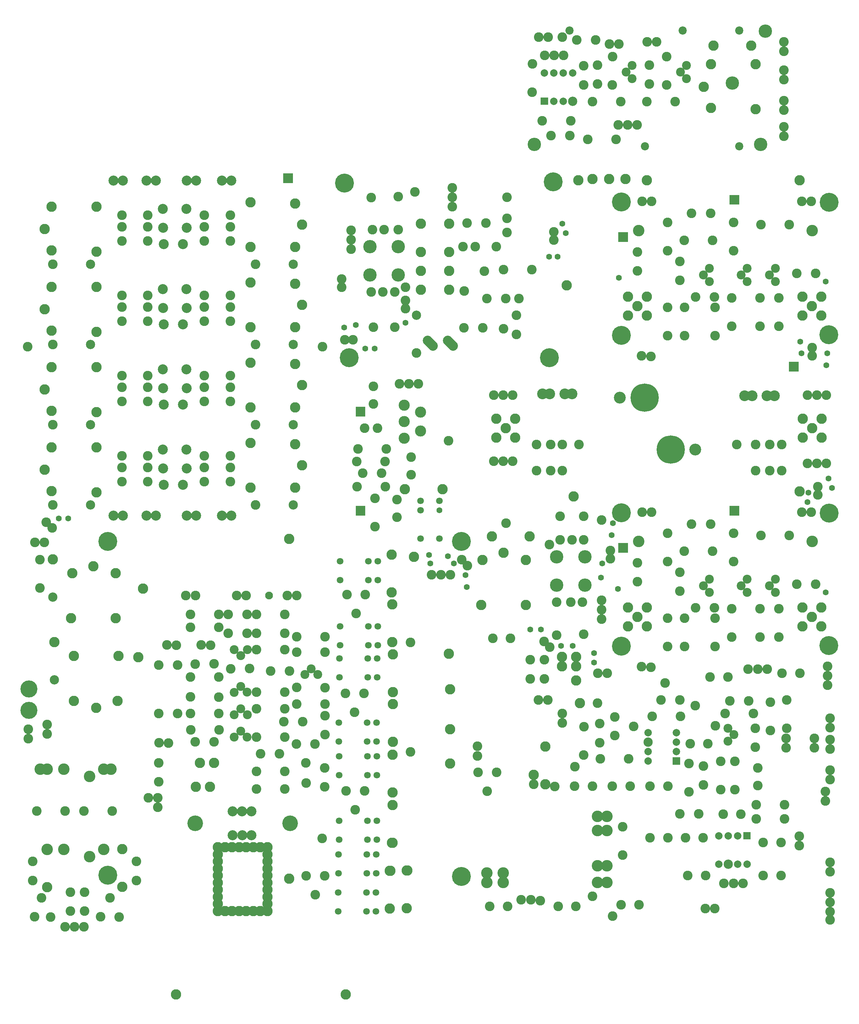
<source format=gbr>
%FSLAX34Y34*%
%MOMM*%
%LNSOLDERMASK_BOTTOM*%
G71*
G01*
%ADD10C,2.600*%
%ADD11C,2.400*%
%ADD12C,2.800*%
%ADD13C,2.600*%
%ADD14C,5.100*%
%ADD15C,1.600*%
%ADD16C,3.100*%
%ADD17C,7.600*%
%ADD18C,3.200*%
%ADD19C,2.900*%
%ADD20C,2.600*%
%ADD21C,2.600*%
%ADD22C,2.400*%
%ADD23C,2.500*%
%ADD24C,2.600*%
%ADD25C,3.600*%
%ADD26C,2.800*%
%ADD27C,3.000*%
%ADD28C,1.800*%
%ADD29C,1.600*%
%ADD30C,2.000*%
%ADD31C,2.500*%
%ADD32C,2.700*%
%ADD33C,2.700*%
%ADD34C,4.600*%
%ADD35C,4.600*%
%ADD36C,4.200*%
%ADD37C,2.700*%
%ADD38C,2.800*%
%ADD39C,2.100*%
%ADD40C,2.200*%
%ADD41C,3.600*%
%LPD*%
X1323875Y1633344D02*
G54D10*
D03*
X1323925Y1709594D02*
G54D10*
D03*
X1242881Y1629944D02*
G54D10*
D03*
X1242994Y1578963D02*
G54D10*
D03*
X1357181Y1604544D02*
G54D10*
D03*
X1357293Y1553564D02*
G54D10*
D03*
X1323891Y1404744D02*
G54D10*
D03*
X1323941Y1480994D02*
G54D10*
D03*
X1444612Y1661358D02*
G54D10*
D03*
X1368362Y1661408D02*
G54D10*
D03*
X1369571Y1480994D02*
G54D10*
D03*
X1369521Y1404744D02*
G54D10*
D03*
X1501674Y1633343D02*
G54D10*
D03*
X1501724Y1709593D02*
G54D10*
D03*
X1399006Y1508828D02*
G54D10*
D03*
X1496571Y1506394D02*
G54D10*
D03*
X1496521Y1430144D02*
G54D10*
D03*
X1572771Y1506394D02*
G54D10*
D03*
X1572721Y1430144D02*
G54D10*
D03*
X1623571Y1506394D02*
G54D10*
D03*
X1623521Y1430144D02*
G54D10*
D03*
X1723042Y1572439D02*
G54D10*
D03*
X1672062Y1572326D02*
G54D10*
D03*
X1651588Y1703162D02*
G54D10*
D03*
X1575338Y1703212D02*
G54D10*
D03*
X1685620Y1766144D02*
G54D10*
D03*
X1711120Y1766144D02*
G54D10*
D03*
X1253821Y1350220D02*
G54D10*
D03*
X1436246Y1585769D02*
G54D11*
D03*
X1420346Y1568194D02*
G54D11*
D03*
X1436280Y1550578D02*
G54D11*
D03*
X1537846Y1585769D02*
G54D11*
D03*
X1521946Y1568194D02*
G54D11*
D03*
X1537880Y1550578D02*
G54D11*
D03*
X1614046Y1585769D02*
G54D11*
D03*
X1598146Y1568194D02*
G54D11*
D03*
X1614080Y1550578D02*
G54D11*
D03*
X1217146Y1509669D02*
G54D12*
D03*
X1267946Y1509669D02*
G54D12*
D03*
X1242546Y1484269D02*
G54D12*
D03*
X1267946Y1458869D02*
G54D12*
D03*
X1217146Y1458869D02*
G54D12*
D03*
X1687046Y1509669D02*
G54D12*
D03*
X1737846Y1509669D02*
G54D12*
D03*
X1712446Y1484269D02*
G54D12*
D03*
X1737846Y1458869D02*
G54D12*
D03*
X1687046Y1458869D02*
G54D12*
D03*
X1388572Y1733978D02*
G54D10*
D03*
X1439552Y1734091D02*
G54D10*
D03*
X1323891Y1404744D02*
G54D13*
D03*
X1369521Y1404744D02*
G54D13*
D03*
X1496521Y1430144D02*
G54D13*
D03*
X1572721Y1430144D02*
G54D13*
D03*
X1323891Y1404744D02*
G54D13*
D03*
X1199470Y1764362D02*
G54D14*
D03*
X1449806Y1508828D02*
G54D10*
D03*
X1452121Y1480994D02*
G54D10*
D03*
X1452071Y1404744D02*
G54D10*
D03*
X1255621Y1766144D02*
G54D10*
D03*
X1281121Y1766144D02*
G54D10*
D03*
G36*
X1191019Y1683317D02*
X1217019Y1683317D01*
X1217019Y1657317D01*
X1191019Y1657317D01*
X1191019Y1683317D01*
G37*
G36*
X1491019Y1783317D02*
X1517019Y1783317D01*
X1517019Y1757317D01*
X1491019Y1757317D01*
X1491019Y1783317D01*
G37*
X1192346Y1560369D02*
G54D15*
D03*
X1369521Y1404744D02*
G54D13*
D03*
X1452071Y1404744D02*
G54D13*
D03*
X1496521Y1430144D02*
G54D13*
D03*
X1572721Y1430144D02*
G54D13*
D03*
X1759302Y1763569D02*
G54D14*
D03*
X1199470Y1405588D02*
G54D14*
D03*
X1758666Y1407175D02*
G54D14*
D03*
X1278924Y1349028D02*
G54D10*
D03*
X1749946Y1549969D02*
G54D15*
D03*
X1249496Y1687369D02*
G54D15*
D03*
X1246320Y1687370D02*
G54D16*
D03*
X1713045Y1687370D02*
G54D16*
D03*
X1332096Y1098128D02*
G54D17*
D03*
X1262246Y1237828D02*
G54D17*
D03*
X1195571Y1237828D02*
G54D18*
D03*
X1398771Y1098128D02*
G54D18*
D03*
X986696Y1247928D02*
G54D19*
D03*
X1066696Y1247928D02*
G54D20*
D03*
X1531696Y1242928D02*
G54D20*
D03*
X1611696Y1242928D02*
G54D20*
D03*
X1066696Y1247928D02*
G54D19*
D03*
X1531696Y1242928D02*
G54D19*
D03*
X1611696Y1242928D02*
G54D12*
D03*
X1006696Y1247928D02*
G54D19*
D03*
X1046696Y1247928D02*
G54D19*
D03*
X1551696Y1242928D02*
G54D19*
D03*
X1591696Y1242928D02*
G54D19*
D03*
X862271Y1130328D02*
G54D12*
D03*
X862271Y1181128D02*
G54D12*
D03*
X887671Y1155728D02*
G54D12*
D03*
X913071Y1181128D02*
G54D12*
D03*
X913071Y1130328D02*
G54D12*
D03*
X862271Y1130328D02*
G54D21*
D03*
X913071Y1130328D02*
G54D13*
D03*
X1687771Y1130328D02*
G54D12*
D03*
X1687771Y1181128D02*
G54D12*
D03*
X1713171Y1155728D02*
G54D12*
D03*
X1738571Y1181128D02*
G54D12*
D03*
X1738571Y1130328D02*
G54D12*
D03*
X1687771Y1130328D02*
G54D21*
D03*
X1738571Y1130328D02*
G54D13*
D03*
G36*
X1650996Y1308478D02*
X1650996Y1334478D01*
X1676996Y1334478D01*
X1676996Y1308478D01*
X1650996Y1308478D01*
G37*
X1561228Y1041691D02*
G54D10*
D03*
X1561228Y1111541D02*
G54D10*
D03*
X1631078Y1041691D02*
G54D10*
D03*
X1631078Y1111541D02*
G54D10*
D03*
X1599328Y1111541D02*
G54D10*
D03*
X1599328Y1041691D02*
G54D10*
D03*
X1631079Y1041691D02*
G54D13*
D03*
X1631079Y1111541D02*
G54D13*
D03*
X970678Y1041691D02*
G54D10*
D03*
X970678Y1111541D02*
G54D10*
D03*
X1040528Y1041691D02*
G54D10*
D03*
X1040528Y1111542D02*
G54D10*
D03*
X1008778Y1111542D02*
G54D10*
D03*
X1008778Y1041692D02*
G54D10*
D03*
X1040529Y1041691D02*
G54D13*
D03*
X1040529Y1111542D02*
G54D13*
D03*
X1611696Y1242928D02*
G54D19*
D03*
X1084979Y1111541D02*
G54D21*
D03*
X1510429Y1111541D02*
G54D21*
D03*
X1751371Y1060503D02*
G54D21*
D03*
X1725971Y1060503D02*
G54D21*
D03*
X1700571Y1060503D02*
G54D21*
D03*
X906821Y1244653D02*
G54D21*
D03*
X881421Y1244653D02*
G54D21*
D03*
X856021Y1244653D02*
G54D21*
D03*
X1751371Y1244653D02*
G54D21*
D03*
X1725971Y1244653D02*
G54D21*
D03*
X1700571Y1244653D02*
G54D21*
D03*
X906821Y1066854D02*
G54D21*
D03*
X881421Y1066854D02*
G54D21*
D03*
X856021Y1066854D02*
G54D21*
D03*
X862271Y1181128D02*
G54D13*
D03*
X913071Y1181128D02*
G54D13*
D03*
X1687771Y1130328D02*
G54D13*
D03*
X1687771Y1181128D02*
G54D13*
D03*
X1738571Y1181128D02*
G54D13*
D03*
X1738571Y1130328D02*
G54D13*
D03*
X1323875Y796732D02*
G54D10*
D03*
X1323925Y872982D02*
G54D10*
D03*
X1242881Y793332D02*
G54D10*
D03*
X1242994Y742351D02*
G54D10*
D03*
X1357181Y767932D02*
G54D10*
D03*
X1357293Y716951D02*
G54D10*
D03*
X1323891Y568132D02*
G54D10*
D03*
X1323941Y644382D02*
G54D10*
D03*
X1444612Y824746D02*
G54D10*
D03*
X1368362Y824796D02*
G54D10*
D03*
X1369571Y644382D02*
G54D10*
D03*
X1369521Y568132D02*
G54D10*
D03*
X1501674Y796731D02*
G54D10*
D03*
X1501724Y872981D02*
G54D10*
D03*
X1399006Y672216D02*
G54D10*
D03*
X1496571Y669782D02*
G54D10*
D03*
X1496521Y593532D02*
G54D10*
D03*
X1572771Y669782D02*
G54D10*
D03*
X1572721Y593532D02*
G54D10*
D03*
X1623571Y669782D02*
G54D10*
D03*
X1623521Y593532D02*
G54D10*
D03*
X1723042Y735826D02*
G54D10*
D03*
X1672062Y735714D02*
G54D10*
D03*
X1651588Y866550D02*
G54D10*
D03*
X1575338Y866600D02*
G54D10*
D03*
X1685620Y929532D02*
G54D10*
D03*
X1711120Y929532D02*
G54D10*
D03*
X1253821Y513607D02*
G54D10*
D03*
X1436246Y749157D02*
G54D11*
D03*
X1420346Y731582D02*
G54D11*
D03*
X1436280Y713966D02*
G54D11*
D03*
X1537846Y749157D02*
G54D11*
D03*
X1521946Y731582D02*
G54D11*
D03*
X1537880Y713966D02*
G54D11*
D03*
X1614046Y749157D02*
G54D11*
D03*
X1598146Y731582D02*
G54D11*
D03*
X1614080Y713966D02*
G54D11*
D03*
X1217146Y673057D02*
G54D12*
D03*
X1267946Y673057D02*
G54D12*
D03*
X1242546Y647657D02*
G54D12*
D03*
X1267946Y622257D02*
G54D12*
D03*
X1217146Y622257D02*
G54D12*
D03*
X1687046Y673057D02*
G54D12*
D03*
X1737846Y673057D02*
G54D12*
D03*
X1712446Y647657D02*
G54D12*
D03*
X1737846Y622257D02*
G54D12*
D03*
X1687046Y622257D02*
G54D12*
D03*
X1388572Y897366D02*
G54D10*
D03*
X1439552Y897478D02*
G54D10*
D03*
X1323891Y568132D02*
G54D13*
D03*
X1369521Y568132D02*
G54D13*
D03*
X1496521Y593532D02*
G54D13*
D03*
X1572721Y593532D02*
G54D13*
D03*
X1323891Y568132D02*
G54D13*
D03*
X1199470Y927750D02*
G54D14*
D03*
X1449806Y672216D02*
G54D10*
D03*
X1452121Y644382D02*
G54D10*
D03*
X1452071Y568132D02*
G54D10*
D03*
X1255621Y929532D02*
G54D10*
D03*
X1281121Y929532D02*
G54D10*
D03*
G36*
X1191019Y846705D02*
X1217019Y846705D01*
X1217019Y820705D01*
X1191019Y820705D01*
X1191019Y846705D01*
G37*
G36*
X1491019Y946705D02*
X1517019Y946705D01*
X1517019Y920705D01*
X1491019Y920705D01*
X1491019Y946705D01*
G37*
X1369521Y568132D02*
G54D13*
D03*
X1452071Y568132D02*
G54D13*
D03*
X1496521Y593532D02*
G54D13*
D03*
X1572721Y593532D02*
G54D13*
D03*
X1759302Y926957D02*
G54D14*
D03*
X1199470Y568975D02*
G54D14*
D03*
X1758666Y570562D02*
G54D14*
D03*
X1278924Y512416D02*
G54D10*
D03*
X1749946Y713357D02*
G54D15*
D03*
X1249496Y850757D02*
G54D15*
D03*
X1246320Y850757D02*
G54D16*
D03*
X1713045Y850757D02*
G54D16*
D03*
X598646Y1567829D02*
G54D22*
D03*
X598646Y1644029D02*
G54D22*
D03*
X522446Y1567829D02*
G54D22*
D03*
X598646Y1567829D02*
G54D22*
D03*
X522446Y1644028D02*
G54D22*
D03*
X522446Y1567828D02*
G54D22*
D03*
X598646Y1644029D02*
G54D22*
D03*
X522446Y1644029D02*
G54D22*
D03*
X598558Y1779052D02*
G54D10*
D03*
X598558Y1690152D02*
G54D10*
D03*
X560458Y1690152D02*
G54D10*
D03*
X528708Y1690152D02*
G54D10*
D03*
X588914Y1427262D02*
G54D10*
D03*
X525415Y1522512D02*
G54D10*
D03*
X557164Y1522512D02*
G54D10*
D03*
X588914Y1522512D02*
G54D10*
D03*
X617397Y1534800D02*
G54D10*
D03*
X525414Y1776512D02*
G54D10*
D03*
X643008Y1791752D02*
G54D10*
D03*
X805436Y1644062D02*
G54D10*
D03*
X862586Y1644062D02*
G54D10*
D03*
X891286Y1720262D02*
G54D10*
D03*
X891286Y1777412D02*
G54D10*
D03*
X830236Y1578439D02*
G54D10*
D03*
X776284Y1524558D02*
G54D10*
D03*
X830236Y1578439D02*
G54D13*
D03*
X958012Y1582490D02*
G54D10*
D03*
X881762Y1582540D02*
G54D10*
D03*
X958012Y1582491D02*
G54D13*
D03*
X837186Y1504362D02*
G54D10*
D03*
X887986Y1504362D02*
G54D10*
D03*
X887986Y1504362D02*
G54D10*
D03*
X916593Y1408256D02*
G54D10*
D03*
X916481Y1459237D02*
G54D10*
D03*
X916593Y1408256D02*
G54D10*
D03*
X891286Y1682162D02*
G54D10*
D03*
X923036Y1504362D02*
G54D10*
D03*
X772416Y1644062D02*
G54D10*
D03*
X783336Y1707562D02*
G54D10*
D03*
X834136Y1707562D02*
G54D10*
D03*
X659640Y1706068D02*
G54D12*
D03*
X735840Y1706068D02*
G54D12*
D03*
X659640Y1629868D02*
G54D12*
D03*
X659640Y1579068D02*
G54D12*
D03*
X659640Y1528268D02*
G54D12*
D03*
X735840Y1629868D02*
G54D12*
D03*
X735840Y1579068D02*
G54D12*
D03*
X735840Y1528268D02*
G54D12*
D03*
X647139Y1357705D02*
G54D23*
D03*
X647139Y1459305D02*
G54D23*
D03*
X647139Y1357705D02*
G54D13*
D03*
X735840Y1706068D02*
G54D10*
D03*
X882091Y1423264D02*
G54D10*
D03*
X825871Y1425509D02*
G54D10*
D03*
X825871Y1425509D02*
G54D10*
D03*
X775071Y1425509D02*
G54D10*
D03*
G54D24*
X745255Y1377787D02*
X731113Y1391929D01*
G54D24*
X691280Y1377787D02*
X677138Y1391929D01*
X471046Y1688163D02*
G54D21*
D03*
X471046Y1662763D02*
G54D21*
D03*
X471046Y1637363D02*
G54D21*
D03*
X744096Y1802463D02*
G54D21*
D03*
X744096Y1777063D02*
G54D21*
D03*
X744096Y1751663D02*
G54D21*
D03*
X522446Y1644028D02*
G54D25*
D03*
X522446Y1567829D02*
G54D25*
D03*
X598646Y1567829D02*
G54D25*
D03*
X598646Y1644029D02*
G54D25*
D03*
X1024724Y809627D02*
G54D22*
D03*
X1024724Y733427D02*
G54D22*
D03*
X1100924Y809627D02*
G54D22*
D03*
X1024724Y809627D02*
G54D22*
D03*
X1100924Y733427D02*
G54D22*
D03*
X1100924Y809627D02*
G54D22*
D03*
X1024724Y733427D02*
G54D22*
D03*
X1100924Y733427D02*
G54D22*
D03*
X1024812Y598404D02*
G54D10*
D03*
X1024812Y687304D02*
G54D10*
D03*
X1062912Y687304D02*
G54D10*
D03*
X1094662Y687304D02*
G54D10*
D03*
X1097956Y918444D02*
G54D10*
D03*
X1034456Y918444D02*
G54D10*
D03*
X1097955Y854944D02*
G54D10*
D03*
X1066206Y854944D02*
G54D10*
D03*
X1034456Y854944D02*
G54D10*
D03*
X1005973Y842655D02*
G54D10*
D03*
X1097956Y600944D02*
G54D10*
D03*
X1145974Y641668D02*
G54D21*
D03*
X1145974Y667068D02*
G54D21*
D03*
X1145974Y692468D02*
G54D21*
D03*
X1145974Y908368D02*
G54D21*
D03*
X1100924Y733427D02*
G54D25*
D03*
X1100924Y809627D02*
G54D25*
D03*
X1024724Y809627D02*
G54D25*
D03*
X1024724Y733427D02*
G54D25*
D03*
X821716Y680046D02*
G54D12*
D03*
X824890Y800696D02*
G54D12*
D03*
X942366Y680046D02*
G54D12*
D03*
X942366Y800696D02*
G54D12*
D03*
X882041Y820159D02*
G54D12*
D03*
X824890Y800696D02*
G54D26*
D03*
X850737Y864278D02*
G54D12*
D03*
X952337Y864277D02*
G54D12*
D03*
X1039637Y540138D02*
G54D12*
D03*
X1039637Y514738D02*
G54D12*
D03*
X1077737Y514738D02*
G54D12*
D03*
X1077737Y476638D02*
G54D12*
D03*
X992232Y532131D02*
G54D10*
D03*
X992345Y481150D02*
G54D10*
D03*
X992232Y532130D02*
G54D10*
D03*
X992344Y481150D02*
G54D10*
D03*
X954132Y532131D02*
G54D10*
D03*
X954244Y481150D02*
G54D10*
D03*
X954132Y532130D02*
G54D10*
D03*
X954244Y481150D02*
G54D10*
D03*
X1077737Y540138D02*
G54D12*
D03*
X888704Y900087D02*
G54D10*
D03*
X850737Y864278D02*
G54D12*
D03*
X658695Y1198576D02*
G54D27*
D03*
X658695Y1147776D02*
G54D27*
D03*
X614245Y1173176D02*
G54D27*
D03*
X614245Y1128726D02*
G54D27*
D03*
X614245Y1217626D02*
G54D27*
D03*
X626945Y1274776D02*
G54D10*
D03*
X601545Y1274776D02*
G54D10*
D03*
X652345Y1274776D02*
G54D10*
D03*
X565860Y1100151D02*
G54D10*
D03*
X489610Y1100201D02*
G54D10*
D03*
X486918Y1065891D02*
G54D10*
D03*
X563168Y1065841D02*
G54D10*
D03*
X502852Y1034415D02*
G54D10*
D03*
X553832Y1034527D02*
G54D10*
D03*
X531695Y1268514D02*
G54D10*
D03*
X531695Y1220714D02*
G54D10*
D03*
X535305Y966890D02*
G54D10*
D03*
X535255Y890640D02*
G54D10*
D03*
X595195Y915826D02*
G54D10*
D03*
X595195Y963626D02*
G54D10*
D03*
X507751Y1155670D02*
G54D10*
D03*
X542851Y1155670D02*
G54D10*
D03*
X633295Y1030126D02*
G54D10*
D03*
X633295Y1077926D02*
G54D10*
D03*
X486973Y998244D02*
G54D10*
D03*
X563223Y998194D02*
G54D10*
D03*
X734170Y1121821D02*
G54D10*
D03*
X486918Y1065892D02*
G54D10*
D03*
X486973Y998244D02*
G54D10*
D03*
X595195Y915826D02*
G54D10*
D03*
X535255Y890640D02*
G54D10*
D03*
G36*
X509645Y1212846D02*
X509645Y1186846D01*
X483645Y1186846D01*
X483645Y1212846D01*
X509645Y1212846D01*
G37*
G36*
X509645Y946146D02*
X509645Y920146D01*
X483645Y920146D01*
X483645Y946146D01*
X509645Y946146D01*
G37*
X709495Y960364D02*
G54D28*
D03*
X709495Y934964D02*
G54D29*
D03*
X658695Y960364D02*
G54D29*
D03*
X658695Y934964D02*
G54D28*
D03*
X709495Y858764D02*
G54D29*
D03*
X658695Y858764D02*
G54D29*
D03*
X616277Y991130D02*
G54D12*
D03*
X717877Y991130D02*
G54D12*
D03*
X616277Y991130D02*
G54D12*
D03*
X739091Y761156D02*
G54D21*
D03*
X713691Y761156D02*
G54D21*
D03*
X688291Y761156D02*
G54D21*
D03*
X658695Y960364D02*
G54D28*
D03*
X709495Y858764D02*
G54D28*
D03*
X658695Y858764D02*
G54D28*
D03*
G36*
X1337608Y250026D02*
X1337608Y270026D01*
X1357608Y270026D01*
X1357608Y250026D01*
X1337608Y250026D01*
G37*
X1347608Y285426D02*
G54D30*
D03*
X1347608Y310826D02*
G54D30*
D03*
X1347608Y336226D02*
G54D30*
D03*
X1271408Y336226D02*
G54D30*
D03*
X1271408Y310826D02*
G54D30*
D03*
X1271409Y285426D02*
G54D30*
D03*
X1271408Y260026D02*
G54D30*
D03*
X1271408Y310826D02*
G54D31*
D03*
X1643358Y295388D02*
G54D10*
D03*
X1643358Y320887D02*
G54D10*
D03*
X1073369Y192051D02*
G54D10*
D03*
X1098264Y275636D02*
G54D10*
D03*
X1098314Y351886D02*
G54D10*
D03*
X963072Y197044D02*
G54D10*
D03*
X963072Y222544D02*
G54D10*
D03*
X1505329Y259328D02*
G54D10*
D03*
X1505278Y183078D02*
G54D10*
D03*
X1505329Y259328D02*
G54D10*
D03*
X1567213Y241394D02*
G54D10*
D03*
X1567213Y193594D02*
G54D10*
D03*
X1467228Y259328D02*
G54D10*
D03*
X1467178Y183078D02*
G54D10*
D03*
X1467229Y259328D02*
G54D10*
D03*
X1486884Y313101D02*
G54D11*
D03*
X1502784Y330676D02*
G54D11*
D03*
X1486849Y348292D02*
G54D11*
D03*
X1560257Y347894D02*
G54D10*
D03*
X1560369Y296914D02*
G54D10*
D03*
X1560257Y347894D02*
G54D10*
D03*
X1555327Y388022D02*
G54D10*
D03*
X1479077Y388072D02*
G54D10*
D03*
X1555327Y388022D02*
G54D10*
D03*
X1542294Y421994D02*
G54D10*
D03*
X1491314Y421882D02*
G54D10*
D03*
X1542294Y421994D02*
G54D10*
D03*
X1420557Y246294D02*
G54D10*
D03*
X1420669Y195314D02*
G54D10*
D03*
X1420557Y246294D02*
G54D10*
D03*
X1567213Y241394D02*
G54D10*
D03*
X1555327Y388022D02*
G54D10*
D03*
X1542294Y421994D02*
G54D10*
D03*
X1600579Y418078D02*
G54D10*
D03*
X1600529Y341828D02*
G54D10*
D03*
X1600579Y418078D02*
G54D10*
D03*
X1600579Y418078D02*
G54D10*
D03*
X1420557Y246295D02*
G54D10*
D03*
X1384519Y306351D02*
G54D10*
D03*
X1432319Y306351D02*
G54D10*
D03*
X1398763Y408750D02*
G54D10*
D03*
X1452645Y354798D02*
G54D10*
D03*
X1398764Y408750D02*
G54D10*
D03*
X1398764Y408750D02*
G54D10*
D03*
X1358702Y379851D02*
G54D10*
D03*
X1282452Y379901D02*
G54D10*
D03*
X1306205Y423777D02*
G54D10*
D03*
X1357186Y423889D02*
G54D10*
D03*
X1306206Y423776D02*
G54D10*
D03*
X1358702Y379851D02*
G54D10*
D03*
X1357186Y423889D02*
G54D10*
D03*
X1174969Y192051D02*
G54D10*
D03*
X1222769Y192051D02*
G54D10*
D03*
X1073369Y192051D02*
G54D10*
D03*
X1121169Y192051D02*
G54D10*
D03*
X1276569Y192052D02*
G54D10*
D03*
X1324369Y192051D02*
G54D10*
D03*
X1276569Y192052D02*
G54D10*
D03*
X1381504Y252978D02*
G54D10*
D03*
X1381454Y176728D02*
G54D10*
D03*
X1381504Y252978D02*
G54D10*
D03*
X1219002Y265551D02*
G54D10*
D03*
X1142752Y265601D02*
G54D10*
D03*
X1219002Y265551D02*
G54D10*
D03*
X1141423Y309425D02*
G54D10*
D03*
X1141311Y360405D02*
G54D10*
D03*
X1141423Y309426D02*
G54D10*
D03*
X1141311Y360406D02*
G54D10*
D03*
X1181684Y378301D02*
G54D21*
D03*
X1232616Y353318D02*
G54D21*
D03*
X1181570Y328418D02*
G54D21*
D03*
X1181684Y378301D02*
G54D10*
D03*
X1087668Y415719D02*
G54D10*
D03*
X1135468Y415719D02*
G54D10*
D03*
X1098264Y275636D02*
G54D10*
D03*
X1074146Y244838D02*
G54D10*
D03*
X1020194Y190957D02*
G54D10*
D03*
X1074146Y244838D02*
G54D10*
D03*
X1644970Y424332D02*
G54D10*
D03*
X1087668Y415719D02*
G54D12*
D03*
X994794Y298906D02*
G54D12*
D03*
X994793Y197307D02*
G54D12*
D03*
X994794Y298906D02*
G54D12*
D03*
X963072Y222544D02*
G54D12*
D03*
X1644970Y424332D02*
G54D10*
D03*
X1644920Y348082D02*
G54D10*
D03*
X1644971Y424332D02*
G54D10*
D03*
X1644970Y424332D02*
G54D10*
D03*
X1600579Y418078D02*
G54D10*
D03*
X1542294Y421994D02*
G54D10*
D03*
X1555327Y388022D02*
G54D10*
D03*
X1398763Y408750D02*
G54D10*
D03*
X1358702Y379851D02*
G54D10*
D03*
X1357186Y423889D02*
G54D10*
D03*
X1567213Y241394D02*
G54D10*
D03*
X1181684Y378301D02*
G54D10*
D03*
X1276569Y192052D02*
G54D10*
D03*
X1073369Y192051D02*
G54D10*
D03*
X1074146Y244838D02*
G54D10*
D03*
X1098264Y275636D02*
G54D10*
D03*
X994794Y298906D02*
G54D10*
D03*
X1719608Y295337D02*
G54D10*
D03*
X1643358Y295388D02*
G54D10*
D03*
X1719608Y320837D02*
G54D10*
D03*
X1643358Y320887D02*
G54D10*
D03*
X-76296Y1011677D02*
G54D10*
D03*
X-146146Y1011677D02*
G54D10*
D03*
X-76296Y1081527D02*
G54D10*
D03*
X-146146Y1081527D02*
G54D10*
D03*
X-146146Y1049777D02*
G54D10*
D03*
X-76296Y1049777D02*
G54D10*
D03*
X-32888Y1002906D02*
G54D32*
D03*
X18094Y1003018D02*
G54D32*
D03*
X145954Y1011677D02*
G54D10*
D03*
X76104Y1011677D02*
G54D10*
D03*
X145954Y1081527D02*
G54D10*
D03*
X76104Y1081527D02*
G54D10*
D03*
X76104Y1049777D02*
G54D10*
D03*
X145954Y1049777D02*
G54D10*
D03*
X28177Y1047004D02*
G54D10*
D03*
X28064Y1097984D02*
G54D10*
D03*
X-35323Y1047004D02*
G54D10*
D03*
X-35436Y1097984D02*
G54D10*
D03*
X145954Y1081527D02*
G54D13*
D03*
X76104Y1081527D02*
G54D13*
D03*
X28064Y1097985D02*
G54D33*
D03*
X-35436Y1097985D02*
G54D13*
D03*
X-76296Y1081527D02*
G54D13*
D03*
X-146146Y1081527D02*
G54D13*
D03*
X-35323Y1047004D02*
G54D32*
D03*
X-35436Y1097984D02*
G54D32*
D03*
X28064Y1097984D02*
G54D32*
D03*
X28177Y1047004D02*
G54D32*
D03*
X200167Y1115969D02*
G54D12*
D03*
X320817Y1112795D02*
G54D12*
D03*
X200167Y995319D02*
G54D12*
D03*
X320817Y995319D02*
G54D12*
D03*
X339630Y1055644D02*
G54D12*
D03*
X213674Y949040D02*
G54D23*
D03*
X315274Y949040D02*
G54D23*
D03*
X320817Y1112795D02*
G54D12*
D03*
X-214828Y983230D02*
G54D12*
D03*
X-335478Y986404D02*
G54D12*
D03*
X-214828Y1103881D02*
G54D12*
D03*
X-335478Y1103881D02*
G54D12*
D03*
X-354290Y1043556D02*
G54D12*
D03*
X-335477Y986404D02*
G54D12*
D03*
X-335478Y1103881D02*
G54D12*
D03*
X-332426Y949040D02*
G54D23*
D03*
X-230826Y949040D02*
G54D23*
D03*
X213674Y949040D02*
G54D10*
D03*
X-332426Y949040D02*
G54D10*
D03*
X-76296Y1227577D02*
G54D10*
D03*
X-146146Y1227577D02*
G54D10*
D03*
X-76296Y1297427D02*
G54D10*
D03*
X-146146Y1297427D02*
G54D10*
D03*
X-146146Y1265677D02*
G54D10*
D03*
X-76296Y1265677D02*
G54D10*
D03*
X-32888Y1218806D02*
G54D32*
D03*
X18094Y1218918D02*
G54D32*
D03*
X145954Y1227577D02*
G54D10*
D03*
X76104Y1227577D02*
G54D10*
D03*
X145954Y1297427D02*
G54D10*
D03*
X76104Y1297427D02*
G54D10*
D03*
X76104Y1265677D02*
G54D10*
D03*
X145954Y1265677D02*
G54D10*
D03*
X28177Y1262904D02*
G54D10*
D03*
X28064Y1313884D02*
G54D10*
D03*
X-35323Y1262904D02*
G54D10*
D03*
X-35436Y1313884D02*
G54D10*
D03*
X145954Y1297427D02*
G54D13*
D03*
X76104Y1297427D02*
G54D13*
D03*
X28064Y1313885D02*
G54D33*
D03*
X-35436Y1313885D02*
G54D13*
D03*
X-76296Y1297427D02*
G54D13*
D03*
X-146146Y1297427D02*
G54D13*
D03*
X-35323Y1262904D02*
G54D32*
D03*
X-35436Y1313884D02*
G54D32*
D03*
X28064Y1313884D02*
G54D32*
D03*
X28177Y1262904D02*
G54D32*
D03*
X200167Y1331869D02*
G54D12*
D03*
X320817Y1328695D02*
G54D12*
D03*
X200167Y1211219D02*
G54D12*
D03*
X320817Y1211219D02*
G54D12*
D03*
X339630Y1271544D02*
G54D12*
D03*
X213674Y1164940D02*
G54D23*
D03*
X315274Y1164940D02*
G54D23*
D03*
X320817Y1328695D02*
G54D12*
D03*
X-214828Y1199130D02*
G54D12*
D03*
X-335478Y1202304D02*
G54D12*
D03*
X-214828Y1319780D02*
G54D12*
D03*
X-335478Y1319780D02*
G54D12*
D03*
X-354290Y1259456D02*
G54D12*
D03*
X-335477Y1202304D02*
G54D12*
D03*
X-335478Y1319780D02*
G54D12*
D03*
X-332426Y1164940D02*
G54D23*
D03*
X-230826Y1164940D02*
G54D23*
D03*
X213674Y1164940D02*
G54D10*
D03*
X-332426Y1164940D02*
G54D10*
D03*
X-76296Y1443477D02*
G54D10*
D03*
X-146146Y1443477D02*
G54D10*
D03*
X-76296Y1513327D02*
G54D10*
D03*
X-146146Y1513327D02*
G54D10*
D03*
X-146146Y1481577D02*
G54D10*
D03*
X-76296Y1481577D02*
G54D10*
D03*
X-32888Y1434706D02*
G54D32*
D03*
X18094Y1434818D02*
G54D32*
D03*
X145954Y1443477D02*
G54D10*
D03*
X76104Y1443477D02*
G54D10*
D03*
X145954Y1513327D02*
G54D10*
D03*
X76104Y1513327D02*
G54D10*
D03*
X76104Y1481577D02*
G54D10*
D03*
X145954Y1481577D02*
G54D10*
D03*
X28177Y1478804D02*
G54D10*
D03*
X28064Y1529784D02*
G54D10*
D03*
X-35323Y1478804D02*
G54D10*
D03*
X-35436Y1529784D02*
G54D10*
D03*
X145954Y1513327D02*
G54D13*
D03*
X76104Y1513327D02*
G54D13*
D03*
X28064Y1529785D02*
G54D33*
D03*
X-35436Y1529785D02*
G54D13*
D03*
X-76296Y1513327D02*
G54D13*
D03*
X-146146Y1513327D02*
G54D13*
D03*
X-35323Y1478804D02*
G54D32*
D03*
X-35436Y1529784D02*
G54D32*
D03*
X28064Y1529784D02*
G54D32*
D03*
X28177Y1478804D02*
G54D32*
D03*
X200167Y1547769D02*
G54D12*
D03*
X320817Y1544595D02*
G54D12*
D03*
X200167Y1427119D02*
G54D12*
D03*
X320817Y1427119D02*
G54D12*
D03*
X339630Y1487444D02*
G54D12*
D03*
X213674Y1380839D02*
G54D23*
D03*
X315274Y1380840D02*
G54D23*
D03*
X320817Y1544595D02*
G54D12*
D03*
X-214828Y1415030D02*
G54D12*
D03*
X-335477Y1418204D02*
G54D12*
D03*
X-214828Y1535680D02*
G54D12*
D03*
X-335478Y1535680D02*
G54D12*
D03*
X-354290Y1475356D02*
G54D12*
D03*
X-335477Y1418204D02*
G54D12*
D03*
X-335478Y1535680D02*
G54D12*
D03*
X-332426Y1380839D02*
G54D23*
D03*
X-230826Y1380840D02*
G54D23*
D03*
X213674Y1380840D02*
G54D10*
D03*
X-332426Y1380839D02*
G54D10*
D03*
X-76296Y1659377D02*
G54D10*
D03*
X-146146Y1659377D02*
G54D10*
D03*
X-76296Y1729227D02*
G54D10*
D03*
X-146146Y1729227D02*
G54D10*
D03*
X-146146Y1697477D02*
G54D10*
D03*
X-76296Y1697477D02*
G54D10*
D03*
X-32888Y1650606D02*
G54D32*
D03*
X18093Y1650718D02*
G54D32*
D03*
X145954Y1659377D02*
G54D10*
D03*
X76104Y1659377D02*
G54D10*
D03*
X145954Y1729227D02*
G54D10*
D03*
X76104Y1729227D02*
G54D10*
D03*
X76104Y1697477D02*
G54D10*
D03*
X145954Y1697477D02*
G54D10*
D03*
X28177Y1694704D02*
G54D10*
D03*
X28064Y1745684D02*
G54D10*
D03*
X-35323Y1694704D02*
G54D10*
D03*
X-35436Y1745684D02*
G54D10*
D03*
X145954Y1729227D02*
G54D13*
D03*
X76104Y1729227D02*
G54D13*
D03*
X28064Y1745685D02*
G54D33*
D03*
X-35436Y1745685D02*
G54D13*
D03*
X-76296Y1729227D02*
G54D13*
D03*
X-146146Y1729227D02*
G54D13*
D03*
X-35323Y1694704D02*
G54D32*
D03*
X-35436Y1745684D02*
G54D32*
D03*
X28064Y1745684D02*
G54D32*
D03*
X28177Y1694704D02*
G54D32*
D03*
X200167Y1763669D02*
G54D12*
D03*
X320817Y1760495D02*
G54D12*
D03*
X200167Y1643019D02*
G54D12*
D03*
X320817Y1643019D02*
G54D12*
D03*
X339630Y1703344D02*
G54D12*
D03*
X213674Y1596740D02*
G54D23*
D03*
X315274Y1596740D02*
G54D23*
D03*
X320817Y1760495D02*
G54D12*
D03*
X-214828Y1630930D02*
G54D12*
D03*
X-335478Y1634104D02*
G54D12*
D03*
X-214828Y1751580D02*
G54D12*
D03*
X-335478Y1751580D02*
G54D12*
D03*
X-354290Y1691256D02*
G54D12*
D03*
X-335477Y1634104D02*
G54D12*
D03*
X-335478Y1751580D02*
G54D12*
D03*
X-332426Y1596739D02*
G54D23*
D03*
X-230826Y1596740D02*
G54D23*
D03*
X213674Y1596740D02*
G54D10*
D03*
X-332426Y1596740D02*
G54D10*
D03*
X148828Y920004D02*
G54D32*
D03*
X148828Y920004D02*
G54D32*
D03*
X123427Y920004D02*
G54D32*
D03*
X53578Y920004D02*
G54D32*
D03*
X53578Y920004D02*
G54D32*
D03*
X28177Y920004D02*
G54D32*
D03*
X-54372Y920004D02*
G54D32*
D03*
X-54372Y920004D02*
G54D32*
D03*
X-79773Y920004D02*
G54D32*
D03*
X-143272Y920004D02*
G54D32*
D03*
X-143272Y920004D02*
G54D32*
D03*
X-168673Y920004D02*
G54D32*
D03*
X148828Y1821704D02*
G54D32*
D03*
X148828Y1821704D02*
G54D32*
D03*
X123427Y1821704D02*
G54D32*
D03*
X53578Y1821704D02*
G54D32*
D03*
X53578Y1821704D02*
G54D32*
D03*
X28177Y1821704D02*
G54D32*
D03*
X-54372Y1821704D02*
G54D32*
D03*
X-54372Y1821704D02*
G54D32*
D03*
X-79773Y1821704D02*
G54D32*
D03*
X-143272Y1821704D02*
G54D32*
D03*
X-143272Y1821704D02*
G54D32*
D03*
X-168673Y1821704D02*
G54D32*
D03*
X-399908Y1375174D02*
G54D21*
D03*
X393842Y1375174D02*
G54D21*
D03*
X1005794Y1345262D02*
G54D14*
D03*
X1015320Y1818338D02*
G54D14*
D03*
X1015320Y1818338D02*
G54D14*
D03*
X466044Y1345262D02*
G54D14*
D03*
X453344Y1815162D02*
G54D14*
D03*
X-155009Y542488D02*
G54D12*
D03*
X-158183Y421838D02*
G54D12*
D03*
X-275659Y542488D02*
G54D12*
D03*
X-275658Y421838D02*
G54D12*
D03*
X-215334Y403026D02*
G54D12*
D03*
X-396308Y396438D02*
G54D34*
D03*
X-283208Y644357D02*
G54D12*
D03*
X-280034Y765007D02*
G54D12*
D03*
X-162559Y644357D02*
G54D12*
D03*
X-162559Y765007D02*
G54D12*
D03*
X-222883Y784294D02*
G54D12*
D03*
X-328288Y579781D02*
G54D23*
D03*
X-328288Y478181D02*
G54D23*
D03*
X-328288Y579781D02*
G54D10*
D03*
X-328288Y579781D02*
G54D12*
D03*
X-332086Y802976D02*
G54D23*
D03*
X-332086Y701376D02*
G54D23*
D03*
X-332086Y802976D02*
G54D10*
D03*
X-332086Y802976D02*
G54D12*
D03*
X-158183Y421838D02*
G54D12*
D03*
X-162559Y765007D02*
G54D12*
D03*
X-396308Y453588D02*
G54D35*
D03*
X1071148Y971778D02*
G54D12*
D03*
X-280034Y765007D02*
G54D12*
D03*
X-162559Y765007D02*
G54D12*
D03*
X-183798Y850757D02*
G54D14*
D03*
X768702Y850757D02*
G54D14*
D03*
X-183798Y-47768D02*
G54D14*
D03*
X768702Y-50943D02*
G54D14*
D03*
X852757Y590438D02*
G54D10*
D03*
X900557Y590437D02*
G54D10*
D03*
X852757Y590438D02*
G54D10*
D03*
X1748654Y177997D02*
G54D21*
D03*
X1761354Y374847D02*
G54D21*
D03*
X1761354Y349447D02*
G54D21*
D03*
X1761354Y-12503D02*
G54D21*
D03*
X1761354Y-37903D02*
G54D21*
D03*
X1761354Y235147D02*
G54D21*
D03*
X1761354Y209747D02*
G54D21*
D03*
X-396308Y453588D02*
G54D10*
D03*
X734735Y548256D02*
G54D12*
D03*
X737910Y453006D02*
G54D12*
D03*
X737910Y345056D02*
G54D12*
D03*
X737910Y252981D02*
G54D12*
D03*
X307340Y92518D02*
G54D36*
D03*
X51641Y92418D02*
G54D36*
D03*
X152366Y124343D02*
G54D37*
D03*
X177740Y124218D02*
G54D37*
D03*
X203184Y124243D02*
G54D37*
D03*
X400446Y190602D02*
G54D10*
D03*
X400271Y241594D02*
G54D10*
D03*
X102516Y254468D02*
G54D38*
D03*
X53116Y190368D02*
G54D38*
D03*
X91115Y190368D02*
G54D38*
D03*
X64415Y254468D02*
G54D38*
D03*
X-46759Y203618D02*
G54D10*
D03*
X-46884Y254534D02*
G54D10*
D03*
X216766Y232193D02*
G54D10*
D03*
X293016Y232143D02*
G54D10*
D03*
X-49334Y135493D02*
G54D10*
D03*
X-49334Y160993D02*
G54D10*
D03*
X216766Y184568D02*
G54D10*
D03*
X293015Y184518D02*
G54D10*
D03*
X191366Y603668D02*
G54D10*
D03*
X140449Y603543D02*
G54D10*
D03*
X156440Y559218D02*
G54D11*
D03*
X174016Y543318D02*
G54D11*
D03*
X191632Y559253D02*
G54D11*
D03*
X162791Y705268D02*
G54D10*
D03*
X188216Y705318D02*
G54D10*
D03*
X216766Y559218D02*
G54D10*
D03*
X292941Y559218D02*
G54D10*
D03*
X38966Y619543D02*
G54D10*
D03*
X115216Y619493D02*
G54D10*
D03*
X197716Y508418D02*
G54D10*
D03*
X146799Y508293D02*
G54D10*
D03*
X191366Y444918D02*
G54D11*
D03*
X173766Y460818D02*
G54D11*
D03*
X156174Y444884D02*
G54D11*
D03*
X191740Y384518D02*
G54D11*
D03*
X173766Y400493D02*
G54D11*
D03*
X156174Y384558D02*
G54D11*
D03*
X216766Y444918D02*
G54D10*
D03*
X292941Y444918D02*
G54D10*
D03*
X191365Y324218D02*
G54D11*
D03*
X173766Y340168D02*
G54D11*
D03*
X156174Y324233D02*
G54D11*
D03*
X38965Y387768D02*
G54D10*
D03*
X115216Y387718D02*
G54D10*
D03*
X39174Y343589D02*
G54D10*
D03*
X115424Y343539D02*
G54D10*
D03*
X216766Y324268D02*
G54D10*
D03*
X293040Y324218D02*
G54D10*
D03*
X278086Y279478D02*
G54D10*
D03*
X227170Y279353D02*
G54D10*
D03*
X216766Y400468D02*
G54D10*
D03*
X293016Y400418D02*
G54D10*
D03*
X374041Y305618D02*
G54D21*
D03*
X349057Y254686D02*
G54D21*
D03*
X324158Y305732D02*
G54D21*
D03*
X381866Y492543D02*
G54D11*
D03*
X364065Y508343D02*
G54D11*
D03*
X346675Y492508D02*
G54D11*
D03*
X26265Y705268D02*
G54D10*
D03*
X51840Y705218D02*
G54D10*
D03*
X324716Y594143D02*
G54D10*
D03*
X400966Y594093D02*
G54D10*
D03*
X324716Y552868D02*
G54D10*
D03*
X400966Y552818D02*
G54D10*
D03*
X305666Y502068D02*
G54D10*
D03*
X254749Y501943D02*
G54D10*
D03*
X324716Y457618D02*
G54D10*
D03*
X400966Y457568D02*
G54D10*
D03*
X400866Y330593D02*
G54D10*
D03*
X400753Y381574D02*
G54D10*
D03*
X400915Y413168D02*
G54D10*
D03*
X324640Y413218D02*
G54D10*
D03*
X-24484Y571943D02*
G54D10*
D03*
X378Y571630D02*
G54D10*
D03*
X4040Y387768D02*
G54D10*
D03*
X-46934Y387618D02*
G54D10*
D03*
X38965Y432218D02*
G54D10*
D03*
X115216Y432168D02*
G54D10*
D03*
X102466Y311568D02*
G54D10*
D03*
X51490Y311418D02*
G54D10*
D03*
X-20934Y308418D02*
G54D10*
D03*
X-46234Y308718D02*
G54D10*
D03*
X4040Y517943D02*
G54D10*
D03*
X-46934Y517843D02*
G54D10*
D03*
X324716Y705268D02*
G54D10*
D03*
X299240Y705268D02*
G54D10*
D03*
X38965Y486193D02*
G54D10*
D03*
X115216Y486143D02*
G54D10*
D03*
X102440Y521143D02*
G54D10*
D03*
X51540Y520943D02*
G54D10*
D03*
X67540Y571918D02*
G54D10*
D03*
X92440Y571618D02*
G54D10*
D03*
X216765Y603668D02*
G54D10*
D03*
X292940Y603668D02*
G54D10*
D03*
X216766Y654468D02*
G54D10*
D03*
X292940Y654518D02*
G54D10*
D03*
X38940Y654518D02*
G54D10*
D03*
X115141Y654518D02*
G54D10*
D03*
X191366Y654468D02*
G54D10*
D03*
X140449Y654343D02*
G54D10*
D03*
X249990Y705268D02*
G54D39*
D03*
X290066Y365854D02*
G54D10*
D03*
X341046Y365966D02*
G54D10*
D03*
X350165Y200393D02*
G54D10*
D03*
X203240Y59918D02*
G54D37*
D03*
X177940Y60118D02*
G54D37*
D03*
X152453Y60050D02*
G54D37*
D03*
X540490Y48607D02*
G54D29*
D03*
X515090Y48607D02*
G54D29*
D03*
X540490Y99407D02*
G54D29*
D03*
X515090Y99407D02*
G54D29*
D03*
X438890Y48607D02*
G54D28*
D03*
X438890Y99407D02*
G54D29*
D03*
X583099Y39724D02*
G54D12*
D03*
X583099Y141324D02*
G54D12*
D03*
X581115Y39724D02*
G54D12*
D03*
X540490Y222042D02*
G54D29*
D03*
X515090Y222042D02*
G54D29*
D03*
X540490Y272842D02*
G54D29*
D03*
X515090Y272842D02*
G54D29*
D03*
X438890Y222042D02*
G54D29*
D03*
X438890Y272842D02*
G54D29*
D03*
X507390Y179412D02*
G54D21*
D03*
X482407Y128480D02*
G54D21*
D03*
X457508Y179526D02*
G54D21*
D03*
X542872Y571292D02*
G54D29*
D03*
X517472Y571292D02*
G54D29*
D03*
X542872Y622092D02*
G54D29*
D03*
X517472Y622092D02*
G54D29*
D03*
X441272Y571292D02*
G54D29*
D03*
X441272Y622092D02*
G54D29*
D03*
X542872Y746710D02*
G54D29*
D03*
X517472Y746710D02*
G54D29*
D03*
X542872Y797510D02*
G54D29*
D03*
X517472Y797510D02*
G54D29*
D03*
X441272Y746710D02*
G54D29*
D03*
X441272Y797510D02*
G54D29*
D03*
X509772Y708049D02*
G54D21*
D03*
X484788Y657117D02*
G54D21*
D03*
X459889Y708164D02*
G54D21*
D03*
X505803Y441746D02*
G54D21*
D03*
X480819Y390814D02*
G54D21*
D03*
X455920Y441860D02*
G54D21*
D03*
X541284Y484773D02*
G54D29*
D03*
X515884Y484773D02*
G54D29*
D03*
X541284Y535573D02*
G54D29*
D03*
X515884Y535573D02*
G54D29*
D03*
X439684Y484773D02*
G54D29*
D03*
X439684Y535573D02*
G54D29*
D03*
X539697Y312529D02*
G54D29*
D03*
X514297Y312529D02*
G54D29*
D03*
X539697Y363329D02*
G54D29*
D03*
X514297Y363329D02*
G54D29*
D03*
X438097Y312529D02*
G54D29*
D03*
X438097Y363329D02*
G54D29*
D03*
X583099Y175058D02*
G54D12*
D03*
X583099Y276658D02*
G54D12*
D03*
X583099Y175058D02*
G54D12*
D03*
X583496Y311186D02*
G54D12*
D03*
X583496Y412786D02*
G54D12*
D03*
X583496Y311186D02*
G54D12*
D03*
X583496Y445727D02*
G54D12*
D03*
X583496Y547326D02*
G54D12*
D03*
X583496Y445726D02*
G54D12*
D03*
X582305Y580268D02*
G54D12*
D03*
X582306Y681867D02*
G54D12*
D03*
X582306Y580267D02*
G54D12*
D03*
X580718Y713618D02*
G54D12*
D03*
X580718Y815217D02*
G54D12*
D03*
X580718Y713617D02*
G54D12*
D03*
X630991Y284580D02*
G54D21*
D03*
X630991Y579062D02*
G54D21*
D03*
X393660Y51218D02*
G54D21*
D03*
X438890Y99407D02*
G54D28*
D03*
X515090Y48607D02*
G54D28*
D03*
X540490Y48607D02*
G54D28*
D03*
X515090Y99407D02*
G54D28*
D03*
X540490Y99407D02*
G54D28*
D03*
X438890Y222042D02*
G54D28*
D03*
X438890Y272842D02*
G54D28*
D03*
X515090Y222042D02*
G54D28*
D03*
X540490Y222042D02*
G54D28*
D03*
X540490Y272842D02*
G54D28*
D03*
X515090Y272842D02*
G54D28*
D03*
X514297Y312529D02*
G54D28*
D03*
X539697Y312529D02*
G54D28*
D03*
X539697Y363329D02*
G54D28*
D03*
X514297Y363329D02*
G54D28*
D03*
X438097Y312529D02*
G54D28*
D03*
X438097Y363329D02*
G54D28*
D03*
X439684Y484773D02*
G54D28*
D03*
X515884Y484773D02*
G54D28*
D03*
X439684Y535573D02*
G54D28*
D03*
X515884Y535573D02*
G54D28*
D03*
X541284Y535573D02*
G54D28*
D03*
X541284Y484773D02*
G54D28*
D03*
X441272Y571292D02*
G54D28*
D03*
X441272Y622092D02*
G54D28*
D03*
X517472Y571292D02*
G54D28*
D03*
X542872Y571292D02*
G54D28*
D03*
X542872Y622092D02*
G54D28*
D03*
X517472Y622092D02*
G54D28*
D03*
X441272Y746710D02*
G54D28*
D03*
X441272Y797510D02*
G54D28*
D03*
X517472Y746710D02*
G54D28*
D03*
X542872Y746710D02*
G54D28*
D03*
X542872Y797510D02*
G54D28*
D03*
X517472Y797510D02*
G54D28*
D03*
X505803Y441746D02*
G54D21*
D03*
X509772Y708049D02*
G54D21*
D03*
X538506Y-145066D02*
G54D29*
D03*
X513106Y-145066D02*
G54D29*
D03*
X538506Y-94266D02*
G54D29*
D03*
X513106Y-94266D02*
G54D29*
D03*
X436906Y-145066D02*
G54D28*
D03*
X436906Y-94266D02*
G54D29*
D03*
X436906Y-94266D02*
G54D28*
D03*
X513106Y-145066D02*
G54D28*
D03*
X538506Y-145066D02*
G54D28*
D03*
X513106Y-94266D02*
G54D28*
D03*
X538506Y-94266D02*
G54D28*
D03*
X399837Y-49188D02*
G54D21*
D03*
X374854Y-100120D02*
G54D21*
D03*
X349955Y-49074D02*
G54D21*
D03*
X575254Y-35576D02*
G54D12*
D03*
X575254Y-137176D02*
G54D12*
D03*
X577238Y-35576D02*
G54D12*
D03*
X621292Y-34386D02*
G54D12*
D03*
X621292Y-135986D02*
G54D12*
D03*
X623276Y-34386D02*
G54D12*
D03*
X539300Y-42672D02*
G54D29*
D03*
X513900Y-42672D02*
G54D29*
D03*
X539299Y8128D02*
G54D29*
D03*
X513900Y8128D02*
G54D29*
D03*
X437700Y-42672D02*
G54D28*
D03*
X437699Y8128D02*
G54D29*
D03*
X437699Y8128D02*
G54D28*
D03*
X513900Y-42672D02*
G54D28*
D03*
X539300Y-42672D02*
G54D28*
D03*
X513900Y8128D02*
G54D28*
D03*
X539299Y8128D02*
G54D28*
D03*
X304800Y857250D02*
G54D12*
D03*
X304800Y-57150D02*
G54D12*
D03*
X112435Y-105794D02*
G54D12*
D03*
X112435Y-86744D02*
G54D12*
D03*
X112435Y-67694D02*
G54D12*
D03*
X112435Y-48644D02*
G54D12*
D03*
X112435Y-29594D02*
G54D12*
D03*
X112435Y-10544D02*
G54D12*
D03*
X112435Y8506D02*
G54D12*
D03*
X112435Y27556D02*
G54D12*
D03*
X112435Y-124844D02*
G54D12*
D03*
X112435Y-143894D02*
G54D12*
D03*
X245785Y-105794D02*
G54D12*
D03*
X245785Y-86744D02*
G54D12*
D03*
X245785Y-67694D02*
G54D12*
D03*
X245785Y-48644D02*
G54D12*
D03*
X245785Y-29594D02*
G54D12*
D03*
X245785Y-10544D02*
G54D12*
D03*
X245785Y8506D02*
G54D12*
D03*
X245785Y27556D02*
G54D12*
D03*
X245785Y-124844D02*
G54D12*
D03*
X245785Y-143894D02*
G54D12*
D03*
X150535Y-143894D02*
G54D12*
D03*
X169585Y-143894D02*
G54D12*
D03*
X188635Y-143894D02*
G54D12*
D03*
X207685Y-143894D02*
G54D12*
D03*
X226735Y-143894D02*
G54D12*
D03*
X131485Y-143894D02*
G54D12*
D03*
X112435Y-143894D02*
G54D12*
D03*
X245785Y-143894D02*
G54D12*
D03*
X150535Y27556D02*
G54D12*
D03*
X169585Y27556D02*
G54D12*
D03*
X188635Y27556D02*
G54D12*
D03*
X207685Y27556D02*
G54D12*
D03*
X226735Y27556D02*
G54D12*
D03*
X131485Y27556D02*
G54D12*
D03*
X112435Y27556D02*
G54D12*
D03*
X245785Y27556D02*
G54D12*
D03*
X-88900Y723900D02*
G54D12*
D03*
X640716Y809457D02*
G54D12*
D03*
X531764Y1427262D02*
G54D10*
D03*
X1001406Y423777D02*
G54D10*
D03*
X975831Y423828D02*
G54D10*
D03*
X1040512Y388062D02*
G54D10*
D03*
X1040462Y362487D02*
G54D10*
D03*
X1161115Y496055D02*
G54D10*
D03*
X1135540Y496106D02*
G54D10*
D03*
X1679053Y32210D02*
G54D10*
D03*
X1679054Y57709D02*
G54D10*
D03*
G36*
X1547706Y48700D02*
X1527706Y48700D01*
X1527706Y68700D01*
X1547706Y68700D01*
X1547706Y48700D01*
G37*
X1512306Y58700D02*
G54D30*
D03*
X1486906Y58700D02*
G54D30*
D03*
X1461506Y58700D02*
G54D30*
D03*
X1461506Y-17500D02*
G54D30*
D03*
X1486906Y-17500D02*
G54D30*
D03*
X1512306Y-17500D02*
G54D30*
D03*
X1537706Y-17500D02*
G54D30*
D03*
X1486906Y-17500D02*
G54D31*
D03*
X1451004Y-136803D02*
G54D10*
D03*
X1425504Y-136802D02*
G54D10*
D03*
X1475862Y-69424D02*
G54D10*
D03*
X1501362Y-69424D02*
G54D10*
D03*
X1501362Y-69424D02*
G54D10*
D03*
X1526862Y-69424D02*
G54D10*
D03*
X1629347Y-48628D02*
G54D10*
D03*
X1581547Y-48628D02*
G54D10*
D03*
X1426147Y-48628D02*
G54D10*
D03*
X1378347Y-48628D02*
G54D10*
D03*
X1629347Y40272D02*
G54D10*
D03*
X1581547Y40272D02*
G54D10*
D03*
X1638872Y103972D02*
G54D10*
D03*
X1562622Y104022D02*
G54D10*
D03*
X1638872Y142072D02*
G54D10*
D03*
X1562622Y142122D02*
G54D10*
D03*
X1638872Y142072D02*
G54D10*
D03*
X1521397Y116472D02*
G54D10*
D03*
X1473597Y116472D02*
G54D10*
D03*
X1371909Y52972D02*
G54D10*
D03*
X1419709Y52972D02*
G54D10*
D03*
X1407812Y117824D02*
G54D10*
D03*
X1356831Y117712D02*
G54D10*
D03*
X1407812Y117824D02*
G54D10*
D03*
X1276659Y52972D02*
G54D10*
D03*
X1324459Y52972D02*
G54D10*
D03*
X1638872Y142072D02*
G54D10*
D03*
X1748654Y152597D02*
G54D21*
D03*
X1761354Y317697D02*
G54D21*
D03*
X1761354Y292297D02*
G54D21*
D03*
X1755004Y514547D02*
G54D21*
D03*
X1755004Y489147D02*
G54D21*
D03*
X1755004Y463747D02*
G54D21*
D03*
X1202859Y6862D02*
G54D10*
D03*
X1202909Y83112D02*
G54D10*
D03*
X1160595Y110982D02*
G54D16*
D03*
X1160595Y72882D02*
G54D16*
D03*
X1160595Y-22368D02*
G54D16*
D03*
X1160595Y-66818D02*
G54D16*
D03*
X836745Y-66818D02*
G54D16*
D03*
X881195Y-66818D02*
G54D16*
D03*
X1135195Y110982D02*
G54D16*
D03*
X1135195Y72882D02*
G54D16*
D03*
X1135195Y-22368D02*
G54D16*
D03*
X1135195Y-66818D02*
G54D16*
D03*
X836745Y-41418D02*
G54D16*
D03*
X881195Y-41418D02*
G54D16*
D03*
X1198832Y-127112D02*
G54D10*
D03*
X1246632Y-127113D02*
G54D10*
D03*
X1198832Y-127112D02*
G54D10*
D03*
X862991Y229418D02*
G54D21*
D03*
X838007Y178486D02*
G54D21*
D03*
X813108Y229532D02*
G54D21*
D03*
X811908Y273852D02*
G54D10*
D03*
X811959Y299426D02*
G54D10*
D03*
X1121906Y-103770D02*
G54D10*
D03*
X1175787Y-157722D02*
G54D10*
D03*
X1761354Y-120453D02*
G54D21*
D03*
X1761354Y-168078D02*
G54D21*
D03*
X1761354Y-95053D02*
G54D21*
D03*
X1083848Y1822678D02*
G54D12*
D03*
X1679212Y1822509D02*
G54D12*
D03*
X1679212Y985896D02*
G54D12*
D03*
X1267998Y1822678D02*
G54D12*
D03*
X1166398Y1825853D02*
G54D12*
D03*
X844859Y-131178D02*
G54D10*
D03*
X892659Y-131178D02*
G54D10*
D03*
X1076897Y-131178D02*
G54D10*
D03*
X1029097Y-131178D02*
G54D10*
D03*
X929762Y-113874D02*
G54D10*
D03*
X955262Y-113874D02*
G54D10*
D03*
X955262Y-113874D02*
G54D10*
D03*
X980762Y-115779D02*
G54D10*
D03*
X1121948Y1825853D02*
G54D12*
D03*
X1052098Y1540103D02*
G54D12*
D03*
X1591998Y507080D02*
G54D10*
D03*
X1566499Y507080D02*
G54D10*
D03*
X1566499Y507080D02*
G54D10*
D03*
X1540999Y507080D02*
G54D10*
D03*
X1438514Y486284D02*
G54D10*
D03*
X1486314Y486284D02*
G54D10*
D03*
X1680075Y495808D02*
G54D10*
D03*
X1632276Y495809D02*
G54D10*
D03*
X1316854Y470097D02*
G54D21*
D03*
X1210848Y1825853D02*
G54D12*
D03*
X1761354Y-145853D02*
G54D21*
D03*
X-367154Y801544D02*
G54D10*
D03*
X-367204Y725294D02*
G54D10*
D03*
X-367204Y725294D02*
G54D13*
D03*
X-367204Y725294D02*
G54D13*
D03*
X-380089Y847972D02*
G54D10*
D03*
X-354614Y847973D02*
G54D10*
D03*
X446158Y1556802D02*
G54D10*
D03*
X446158Y1534577D02*
G54D10*
D03*
X476320Y1393290D02*
G54D10*
D03*
X454095Y1393290D02*
G54D10*
D03*
X617608Y1499652D02*
G54D10*
D03*
X617608Y1477427D02*
G54D10*
D03*
X617608Y1439327D02*
G54D15*
D03*
X452508Y1426627D02*
G54D15*
D03*
X-333888Y887214D02*
G54D10*
D03*
X-349604Y902930D02*
G54D10*
D03*
X-315842Y912277D02*
G54D15*
D03*
X1017657Y1661578D02*
G54D10*
D03*
X1017657Y1683802D02*
G54D10*
D03*
X1039946Y1706419D02*
G54D15*
D03*
X1712982Y1372652D02*
G54D10*
D03*
X1712982Y1350427D02*
G54D10*
D03*
X1681296Y1388919D02*
G54D15*
D03*
X1728858Y998002D02*
G54D10*
D03*
X1728858Y975777D02*
G54D10*
D03*
X1757496Y1020619D02*
G54D15*
D03*
X1170058Y826552D02*
G54D10*
D03*
X1170058Y804327D02*
G54D10*
D03*
X1173296Y868219D02*
G54D15*
D03*
X1147896Y792019D02*
G54D15*
D03*
X784657Y785745D02*
G54D10*
D03*
X768941Y801461D02*
G54D10*
D03*
X779596Y760269D02*
G54D15*
D03*
X747846Y792019D02*
G54D15*
D03*
X1006465Y566282D02*
G54D10*
D03*
X990750Y581997D02*
G54D10*
D03*
X1189946Y723357D02*
G54D15*
D03*
X982796Y614219D02*
G54D15*
D03*
X1036770Y569769D02*
G54D15*
D03*
X484258Y1432977D02*
G54D15*
D03*
X1049408Y1680627D02*
G54D15*
D03*
X1004958Y1617127D02*
G54D15*
D03*
X1027246Y1617519D02*
G54D15*
D03*
X1684408Y1356777D02*
G54D15*
D03*
X1754258Y1356777D02*
G54D15*
D03*
X1751146Y1325419D02*
G54D15*
D03*
X1766958Y994827D02*
G54D15*
D03*
X1703458Y982127D02*
G54D15*
D03*
X1700346Y957119D02*
G54D15*
D03*
X509658Y1369477D02*
G54D15*
D03*
X535058Y1369477D02*
G54D15*
D03*
X1176408Y899577D02*
G54D15*
D03*
X1144658Y753527D02*
G54D15*
D03*
X954158Y613827D02*
G54D15*
D03*
X1068458Y569377D02*
G54D15*
D03*
X731908Y810677D02*
G54D15*
D03*
X782708Y728127D02*
G54D15*
D03*
X-290442Y912277D02*
G54D15*
D03*
X684346Y792019D02*
G54D15*
D03*
X681327Y814840D02*
G54D15*
D03*
X1125608Y524927D02*
G54D15*
D03*
X1125670Y550719D02*
G54D15*
D03*
X-232745Y218611D02*
G54D16*
D03*
X-302595Y237661D02*
G54D16*
D03*
X-232745Y2711D02*
G54D16*
D03*
X-302595Y21761D02*
G54D16*
D03*
X-194645Y237661D02*
G54D16*
D03*
X-347045Y237661D02*
G54D16*
D03*
X-194645Y21761D02*
G54D16*
D03*
X-347045Y21761D02*
G54D16*
D03*
X-248767Y124958D02*
G54D10*
D03*
X-172517Y124908D02*
G54D10*
D03*
X-248767Y124959D02*
G54D10*
D03*
X-375767Y124958D02*
G54D10*
D03*
X-299517Y124908D02*
G54D10*
D03*
X-375767Y124959D02*
G54D10*
D03*
X-144863Y22594D02*
G54D12*
D03*
X-144863Y-79005D02*
G54D12*
D03*
X-347045Y21761D02*
G54D12*
D03*
X-347045Y-79839D02*
G54D12*
D03*
X-106972Y-10456D02*
G54D10*
D03*
X-106860Y-61437D02*
G54D10*
D03*
X-106972Y-10456D02*
G54D10*
D03*
X-386372Y-10456D02*
G54D10*
D03*
X-386260Y-61437D02*
G54D10*
D03*
X-386372Y-10456D02*
G54D10*
D03*
X-106972Y-10456D02*
G54D10*
D03*
X-362655Y-108682D02*
G54D21*
D03*
X-337756Y-159728D02*
G54D21*
D03*
X-203489Y-159614D02*
G54D21*
D03*
X-178505Y-108682D02*
G54D21*
D03*
X-153606Y-159728D02*
G54D21*
D03*
X-246672Y-93007D02*
G54D10*
D03*
X-246560Y-143988D02*
G54D10*
D03*
X-246672Y-93007D02*
G54D10*
D03*
X-246672Y-93007D02*
G54D10*
D03*
X-284772Y-93007D02*
G54D10*
D03*
X-284660Y-143988D02*
G54D10*
D03*
X-284772Y-93007D02*
G54D10*
D03*
X-284772Y-93007D02*
G54D10*
D03*
X-248717Y-186242D02*
G54D10*
D03*
X-274117Y-186241D02*
G54D10*
D03*
X-299517Y-186242D02*
G54D10*
D03*
X-366095Y237661D02*
G54D16*
D03*
X-175595Y237661D02*
G54D16*
D03*
X-381289Y-159614D02*
G54D21*
D03*
X-74835Y160992D02*
G54D10*
D03*
X-49334Y160993D02*
G54D10*
D03*
X-398584Y319643D02*
G54D10*
D03*
X-398584Y345143D02*
G54D10*
D03*
X-347784Y332343D02*
G54D10*
D03*
X-347784Y357843D02*
G54D10*
D03*
X-101598Y538931D02*
G54D12*
D03*
G36*
X288580Y1841498D02*
X314580Y1841498D01*
X314580Y1815498D01*
X288580Y1815498D01*
X288580Y1841498D01*
G37*
X0Y-368300D02*
G54D12*
D03*
X457200Y-368300D02*
G54D12*
D03*
G36*
X981963Y2045731D02*
X1001963Y2045731D01*
X1001963Y2025731D01*
X981963Y2025731D01*
X981963Y2045731D01*
G37*
X1017363Y2035731D02*
G54D30*
D03*
X1042763Y2035731D02*
G54D30*
D03*
X1068163Y2035731D02*
G54D30*
D03*
X1068163Y2111931D02*
G54D30*
D03*
X1042763Y2111931D02*
G54D30*
D03*
X1017363Y2111931D02*
G54D30*
D03*
X991963Y2111931D02*
G54D30*
D03*
X1068163Y2035731D02*
G54D31*
D03*
X1294397Y2195545D02*
G54D10*
D03*
X1268897Y2195545D02*
G54D10*
D03*
X1135488Y2081504D02*
G54D10*
D03*
X1135376Y2132484D02*
G54D10*
D03*
X1135488Y2081504D02*
G54D10*
D03*
X1097891Y2130624D02*
G54D10*
D03*
X1098003Y2079643D02*
G54D10*
D03*
X1097891Y2130623D02*
G54D10*
D03*
X1098003Y2079643D02*
G54D10*
D03*
X1549320Y2185592D02*
G54D12*
D03*
X1447720Y2185592D02*
G54D12*
D03*
X992487Y2158662D02*
G54D10*
D03*
X1017887Y2158662D02*
G54D10*
D03*
X1043287Y2158662D02*
G54D10*
D03*
X1017887Y2158662D02*
G54D10*
D03*
X1228258Y2131782D02*
G54D11*
D03*
X1212358Y2114207D02*
G54D11*
D03*
X1228293Y2096591D02*
G54D11*
D03*
X1175310Y2079121D02*
G54D10*
D03*
X1175360Y2155371D02*
G54D10*
D03*
X1175311Y2079121D02*
G54D10*
D03*
X1294397Y2195545D02*
G54D10*
D03*
X1121913Y2034798D02*
G54D10*
D03*
X1198163Y2034748D02*
G54D10*
D03*
X1121912Y2034798D02*
G54D10*
D03*
X1561302Y2014359D02*
G54D12*
D03*
X1440652Y2017533D02*
G54D12*
D03*
X1561302Y2135009D02*
G54D12*
D03*
X1440652Y2135009D02*
G54D12*
D03*
X1421190Y2074684D02*
G54D12*
D03*
X1440652Y2017533D02*
G54D26*
D03*
X1549320Y2185592D02*
G54D10*
D03*
X1192797Y2189195D02*
G54D10*
D03*
X1167297Y2189195D02*
G54D10*
D03*
X1192797Y2189195D02*
G54D10*
D03*
X1637380Y2170203D02*
G54D10*
D03*
X1637380Y2195703D02*
G54D10*
D03*
X1637380Y2170203D02*
G54D10*
D03*
X1637380Y2094003D02*
G54D10*
D03*
X1637380Y2119503D02*
G54D10*
D03*
X1637380Y2094003D02*
G54D10*
D03*
X1637380Y2011453D02*
G54D10*
D03*
X1637380Y2036953D02*
G54D10*
D03*
X1637380Y2011453D02*
G54D10*
D03*
X1275188Y2081504D02*
G54D10*
D03*
X1275076Y2132484D02*
G54D10*
D03*
X1275188Y2081504D02*
G54D10*
D03*
X1374308Y2131782D02*
G54D11*
D03*
X1358408Y2114207D02*
G54D11*
D03*
X1374343Y2096591D02*
G54D11*
D03*
X1321360Y2079121D02*
G54D10*
D03*
X1321410Y2155371D02*
G54D10*
D03*
X1321361Y2079121D02*
G54D10*
D03*
X1267963Y2034798D02*
G54D10*
D03*
X1344213Y2034748D02*
G54D10*
D03*
X1267962Y2034798D02*
G54D10*
D03*
X1129959Y2200422D02*
G54D10*
D03*
X1078978Y2200310D02*
G54D10*
D03*
X1129958Y2200422D02*
G54D10*
D03*
X1078978Y2200310D02*
G54D10*
D03*
X959410Y2060071D02*
G54D10*
D03*
X959460Y2136321D02*
G54D10*
D03*
X1002297Y2208245D02*
G54D10*
D03*
X976797Y2208245D02*
G54D10*
D03*
X1002297Y2208245D02*
G54D10*
D03*
X959410Y2060071D02*
G54D10*
D03*
X1190580Y1971498D02*
G54D21*
D03*
X1215980Y1971498D02*
G54D21*
D03*
X1241380Y1971498D02*
G54D21*
D03*
X1060349Y1942767D02*
G54D10*
D03*
X1009368Y1942655D02*
G54D10*
D03*
X1060349Y1942767D02*
G54D10*
D03*
X1062732Y1982590D02*
G54D10*
D03*
X986481Y1982640D02*
G54D10*
D03*
X1062732Y1982590D02*
G54D10*
D03*
X1637380Y1941603D02*
G54D10*
D03*
X1637380Y1967103D02*
G54D10*
D03*
X1637380Y1941603D02*
G54D10*
D03*
X1109213Y1933198D02*
G54D10*
D03*
X1185463Y1933148D02*
G54D10*
D03*
X1109212Y1933198D02*
G54D10*
D03*
X1040397Y2208245D02*
G54D10*
D03*
X1059928Y2225710D02*
G54D40*
D03*
X965104Y1919331D02*
G54D41*
D03*
X1574704Y1919331D02*
G54D41*
D03*
X1587404Y2224131D02*
G54D41*
D03*
X1498504Y2084431D02*
G54D41*
D03*
X1263128Y1914560D02*
G54D15*
D03*
X1364728Y2225710D02*
G54D40*
D03*
X1517128Y2225710D02*
G54D40*
D03*
X1263128Y1914560D02*
G54D40*
D03*
X1517128Y1914560D02*
G54D40*
D03*
M02*

</source>
